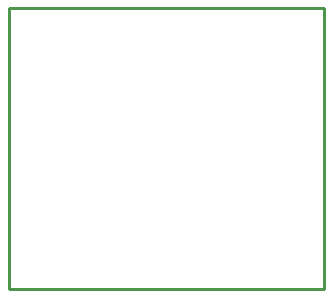
<source format=gbr>
G04 EAGLE Gerber RS-274X export*
G75*
%MOMM*%
%FSLAX34Y34*%
%LPD*%
%IN*%
%IPPOS*%
%AMOC8*
5,1,8,0,0,1.08239X$1,22.5*%
G01*
G04 Define Apertures*
%ADD10C,0.254000*%
D10*
X0Y0D02*
X266500Y0D01*
X266500Y238000D01*
X0Y238000D01*
X0Y0D01*
M02*

</source>
